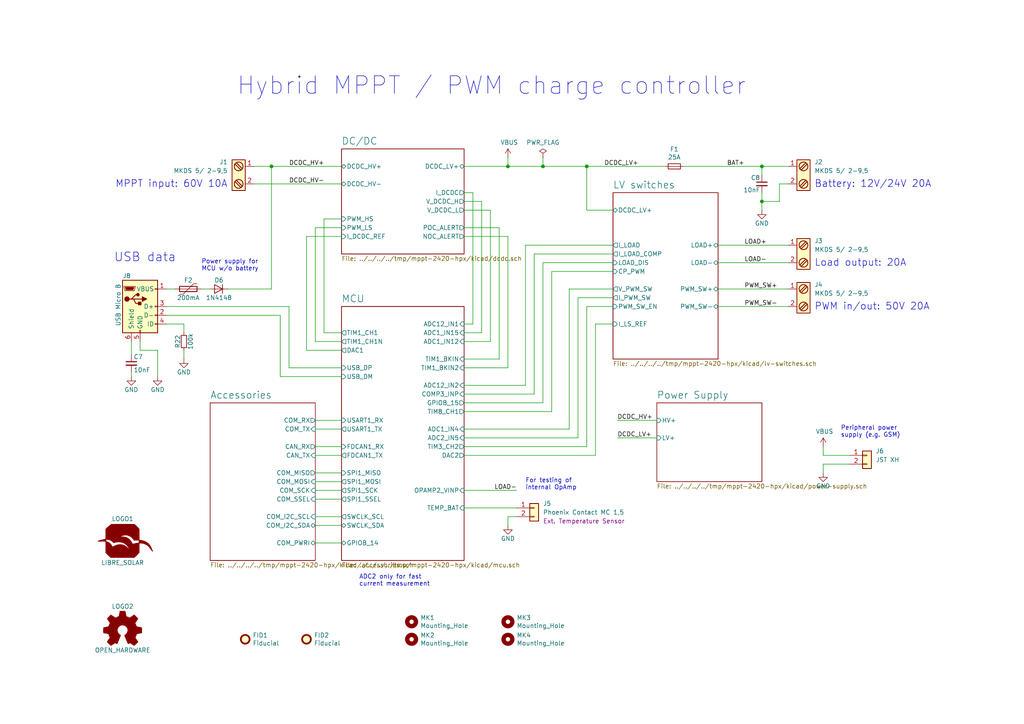
<source format=kicad_sch>
(kicad_sch (version 20230121) (generator eeschema)
  (paper "A4")
  (title_block (title "MPPT 2420 HPX") (date "2019-10-08") (rev "0.1") (company "Libre Solar Technologies GmbH") (comment 1 "Author: Martin Jäger") (comment 2 "Website: http://libre.solar"))
  (lib_symbols
    (symbol "Connector_Generic:Conn_01x02" (pin_names (offset 1.016) hide)
      (property "Reference" "J" (at 0 2.54 0))
      (property "Value" "Conn_01x02" (at 0 -5.08 0))
      (symbol "Conn_01x02_1_1"
        (pin passive line (at -5.08 0 0) (length 3.81) (name "Pin_1") (number "1"))
        (pin passive line (at -5.08 -2.54 0) (length 3.81) (name "Pin_2") (number "2"))
      )
    )
    (symbol "Device:Polyfuse" (pin_numbers hide) (pin_names (offset 0))
      (property "Reference" "F" (at -2.54 0 90))
      (property "Value" "Polyfuse" (at 2.54 0 90))
      (symbol "Polyfuse_1_1"
        (pin passive line (at 0 3.81 270) (length 1.27) (name "~") (number "1"))
        (pin passive line (at 0 -3.81 90) (length 1.27) (name "~") (number "2"))
      )
    )
    (symbol "Graphic:Logo_Open_Hardware_Small" (in_bom no) (on_board no))
    (symbol "Mechanical:Fiducial"
      (property "Reference" "FID" (at 0 5.08 0))
      (property "Value" "Fiducial" (at 0 3.175 0))
    )
    (symbol "Mechanical:MountingHole" (pin_names (offset 1.016))
      (property "Reference" "H" (at 0 5.08 0))
      (property "Value" "MountingHole" (at 0 3.175 0))
    )
    (symbol "Project:C" (pin_numbers hide) (pin_names (offset 0.254) hide)
      (property "Reference" "C" (at 0.635 1.905 0))
      (property "Value" "C" (at 0.635 -1.905 0))
      (symbol "C_1_1"
        (pin passive line (at 0 2.54 270) (length 1.905) (name "~") (number "1"))
        (pin passive line (at 0 -2.54 90) (length 2.032) (name "~") (number "2"))
      )
    )
    (symbol "Project:D" (pin_numbers hide) (pin_names (offset 0.254) hide)
      (property "Reference" "D" (at 0 2.54 0))
      (property "Value" "D" (at 0 -2.54 0))
      (symbol "D_1_1"
        (pin passive line (at -2.54 0 0) (length 1.27) (name "K") (number "1"))
        (pin passive line (at 2.54 0 180) (length 1.27) (name "A") (number "2"))
      )
    )
    (symbol "Project:LibreSolar_Logo" (pin_numbers hide) (pin_names (offset 1.016) hide)
      (property "Reference" "LOGO" (at 0 6.985 0))
      (property "Value" "LibreSolar_Logo" (at 0 -5.715 0))
    )
    (symbol "Project:R" (pin_numbers hide) (pin_names (offset 0.254) hide)
      (property "Reference" "R" (at -1.905 0 90))
      (property "Value" "R" (at 1.905 0 90))
      (symbol "R_1_1"
        (pin passive line (at 0 2.54 270) (length 0.762) (name "~") (number "1"))
        (pin passive line (at 0 -2.54 90) (length 0.762) (name "~") (number "2"))
      )
    )
    (symbol "Project:Screw_Terminal_1x02" (pin_names (offset 0.762) hide)
      (property "Reference" "J" (at 0 6.35 0))
      (property "Value" "Screw_Terminal_1x02" (at -3.81 0 90))
      (symbol "Screw_Terminal_1x02_1_1"
        (pin passive line (at 5.08 2.54 180) (length 2.54) (name "~") (number "1"))
        (pin passive line (at 5.08 -2.54 180) (length 2.54) (name "~") (number "2"))
      )
    )
    (symbol "mppt-2420-hpx-rescue:Fuse-LibreSolar" (pin_numbers hide) (pin_names (offset 0.254) hide)
      (property "Reference" "F" (at 0 1.905 0))
      (property "Value" "LibreSolar_Fuse" (at 0 -1.905 0))
      (symbol "Fuse-LibreSolar_1_1"
        (pin passive line (at -2.54 0 0) (length 1.27) (name "~") (number "1"))
        (pin passive line (at 2.54 0 180) (length 1.27) (name "~") (number "2"))
      )
    )
    (symbol "mppt-2420-hpx-rescue:USB_B_Micro-Connector" (pin_names (offset 1.016))
      (property "Reference" "J" (at -5.08 11.43 0))
      (property "Value" "Connector_USB_B_Micro" (at -5.08 8.89 0))
      (symbol "USB_B_Micro-Connector_1_1"
        (pin power_out line (at 7.62 5.08 180) (length 2.54) (name "VBUS") (number "1"))
        (pin passive line (at 7.62 -2.54 180) (length 2.54) (name "D-") (number "2"))
        (pin passive line (at 7.62 0 180) (length 2.54) (name "D+") (number "3"))
        (pin passive line (at 7.62 -5.08 180) (length 2.54) (name "ID") (number "4"))
        (pin power_out line (at 0 -10.16 90) (length 2.54) (name "GND") (number "5"))
        (pin passive line (at -2.54 -10.16 90) (length 2.54) (name "Shield") (number "6"))
      )
    )
    (symbol "power:GND" (power) (pin_names (offset 0))
      (property "Value" "GND" (at 0 -3.81 0))
      (symbol "GND_1_1"
        (pin power_in line (at 0 0 270) (length 0) hide (name "GND") (number "1"))
      )
    )
    (symbol "power:PWR_FLAG" (power) (pin_numbers hide) (pin_names (offset 0) hide)
      (property "Value" "PWR_FLAG" (at 0 3.81 0))
      (symbol "PWR_FLAG_0_0"
        (pin power_out line (at 0 0 90) (length 0) (name "pwr") (number "1"))
      )
    )
    (symbol "power:VBUS" (power) (pin_names (offset 0))
      (property "Value" "VBUS" (at 0 3.81 0))
      (symbol "VBUS_1_1"
        (pin power_in line (at 0 0 90) (length 0) hide (name "VBUS") (number "1"))
      )
    )
  )
  (junction (at 220.98 58.42))
  (junction (at 147.32 48.26))
  (junction (at 220.98 48.26))
  (junction (at 157.48 48.26))
  (junction (at 170.18 48.26))
  (junction (at 78.74 48.26))
  (wire (pts (xy 53.34 93.98) (xy 53.34 96.52)))
  (wire (pts (xy 246.38 134.62) (xy 238.76 134.62)))
  (wire (pts (xy 238.76 134.62) (xy 238.76 137.16)))
  (wire (pts (xy 134.62 66.04) (xy 144.78 66.04)))
  (wire (pts (xy 238.76 132.08) (xy 238.76 129.54)))
  (wire (pts (xy 208.28 88.9) (xy 228.6 88.9)))
  (wire (pts (xy 134.62 55.88) (xy 137.16 55.88)))
  (wire (pts (xy 147.32 68.58) (xy 134.62 68.58)))
  (wire (pts (xy 177.8 78.74) (xy 160.02 78.74)))
  (wire (pts (xy 228.6 48.26) (xy 220.98 48.26)))
  (wire (pts (xy 134.62 106.68) (xy 147.32 106.68)))
  (wire (pts (xy 134.62 48.26) (xy 147.32 48.26)))
  (wire (pts (xy 137.16 93.98) (xy 134.62 93.98)))
  (wire (pts (xy 48.26 83.82) (xy 50.8 83.82)))
  (wire (pts (xy 154.94 114.3) (xy 134.62 114.3)))
  (wire (pts (xy 177.8 86.36) (xy 167.64 86.36)))
  (wire (pts (xy 134.62 99.06) (xy 142.24 99.06)))
  (wire (pts (xy 198.12 48.26) (xy 220.98 48.26)))
  (wire (pts (xy 142.24 60.96) (xy 134.62 60.96)))
  (wire (pts (xy 157.48 48.26) (xy 170.18 48.26)))
  (wire (pts (xy 91.44 157.48) (xy 99.06 157.48)))
  (wire (pts (xy 99.06 144.78) (xy 91.44 144.78)))
  (wire (pts (xy 226.06 58.42) (xy 220.98 58.42)))
  (wire (pts (xy 208.28 71.12) (xy 228.6 71.12)))
  (wire (pts (xy 246.38 132.08) (xy 238.76 132.08)))
  (wire (pts (xy 134.62 58.42) (xy 139.7 58.42)))
  (wire (pts (xy 228.6 53.34) (xy 226.06 53.34)))
  (wire (pts (xy 40.64 101.6) (xy 45.72 101.6)))
  (wire (pts (xy 88.9 68.58) (xy 88.9 101.6)))
  (wire (pts (xy 220.98 55.88) (xy 220.98 58.42)))
  (wire (pts (xy 99.06 152.4) (xy 91.44 152.4)))
  (wire (pts (xy 177.8 93.98) (xy 172.72 93.98)))
  (wire (pts (xy 142.24 99.06) (xy 142.24 60.96)))
  (wire (pts (xy 48.26 88.9) (xy 83.82 88.9)))
  (wire (pts (xy 226.06 53.34) (xy 226.06 58.42)))
  (wire (pts (xy 93.98 63.5) (xy 99.06 63.5)))
  (wire (pts (xy 83.82 106.68) (xy 99.06 106.68)))
  (wire (pts (xy 78.74 83.82) (xy 78.74 48.26)))
  (wire (pts (xy 170.18 48.26) (xy 170.18 60.96)))
  (wire (pts (xy 167.64 86.36) (xy 167.64 127)))
  (wire (pts (xy 88.9 101.6) (xy 99.06 101.6)))
  (wire (pts (xy 160.02 78.74) (xy 160.02 119.38)))
  (wire (pts (xy 177.8 71.12) (xy 152.4 71.12)))
  (wire (pts (xy 137.16 55.88) (xy 137.16 93.98)))
  (wire (pts (xy 99.06 66.04) (xy 91.44 66.04)))
  (wire (pts (xy 144.78 104.14) (xy 134.62 104.14)))
  (wire (pts (xy 81.28 109.22) (xy 99.06 109.22)))
  (wire (pts (xy 91.44 142.24) (xy 99.06 142.24)))
  (wire (pts (xy 38.1 99.06) (xy 38.1 102.87)))
  (wire (pts (xy 160.02 119.38) (xy 134.62 119.38)))
  (wire (pts (xy 208.28 83.82) (xy 228.6 83.82)))
  (wire (pts (xy 139.7 96.52) (xy 134.62 96.52)))
  (wire (pts (xy 172.72 93.98) (xy 172.72 132.08)))
  (wire (pts (xy 134.62 129.54) (xy 170.18 129.54)))
  (wire (pts (xy 170.18 48.26) (xy 193.04 48.26)))
  (wire (pts (xy 83.82 88.9) (xy 83.82 106.68)))
  (wire (pts (xy 147.32 48.26) (xy 147.32 45.72)))
  (wire (pts (xy 91.44 137.16) (xy 99.06 137.16)))
  (wire (pts (xy 66.04 83.82) (xy 78.74 83.82)))
  (wire (pts (xy 73.66 48.26) (xy 78.74 48.26)))
  (wire (pts (xy 220.98 50.8) (xy 220.98 48.26)))
  (wire (pts (xy 177.8 73.66) (xy 154.94 73.66)))
  (wire (pts (xy 40.64 99.06) (xy 40.64 101.6)))
  (wire (pts (xy 91.44 149.86) (xy 99.06 149.86)))
  (wire (pts (xy 139.7 58.42) (xy 139.7 96.52)))
  (wire (pts (xy 81.28 109.22) (xy 81.28 91.44)))
  (wire (pts (xy 157.48 76.2) (xy 157.48 116.84)))
  (wire (pts (xy 147.32 48.26) (xy 157.48 48.26)))
  (wire (pts (xy 170.18 88.9) (xy 170.18 129.54)))
  (wire (pts (xy 157.48 116.84) (xy 134.62 116.84)))
  (wire (pts (xy 165.1 124.46) (xy 165.1 83.82)))
  (wire (pts (xy 152.4 111.76) (xy 134.62 111.76)))
  (wire (pts (xy 134.62 124.46) (xy 165.1 124.46)))
  (wire (pts (xy 53.34 101.6) (xy 53.34 104.14)))
  (wire (pts (xy 99.06 132.08) (xy 91.44 132.08)))
  (wire (pts (xy 165.1 83.82) (xy 177.8 83.82)))
  (wire (pts (xy 177.8 88.9) (xy 170.18 88.9)))
  (wire (pts (xy 91.44 99.06) (xy 99.06 99.06)))
  (wire (pts (xy 177.8 76.2) (xy 157.48 76.2)))
  (wire (pts (xy 45.72 101.6) (xy 45.72 109.22)))
  (wire (pts (xy 144.78 66.04) (xy 144.78 104.14)))
  (wire (pts (xy 99.06 68.58) (xy 88.9 68.58)))
  (wire (pts (xy 48.26 93.98) (xy 53.34 93.98)))
  (wire (pts (xy 134.62 147.32) (xy 149.86 147.32)))
  (wire (pts (xy 152.4 71.12) (xy 152.4 111.76)))
  (wire (pts (xy 91.44 129.54) (xy 99.06 129.54)))
  (wire (pts (xy 170.18 60.96) (xy 177.8 60.96)))
  (wire (pts (xy 147.32 149.86) (xy 147.32 152.4)))
  (wire (pts (xy 38.1 107.95) (xy 38.1 109.22)))
  (wire (pts (xy 99.06 124.46) (xy 91.44 124.46)))
  (wire (pts (xy 93.98 96.52) (xy 93.98 63.5)))
  (wire (pts (xy 99.06 139.7) (xy 91.44 139.7)))
  (wire (pts (xy 154.94 73.66) (xy 154.94 114.3)))
  (wire (pts (xy 73.66 53.34) (xy 99.06 53.34)))
  (wire (pts (xy 157.48 48.26) (xy 157.48 45.72)))
  (wire (pts (xy 167.64 127) (xy 134.62 127)))
  (wire (pts (xy 99.06 96.52) (xy 93.98 96.52)))
  (wire (pts (xy 134.62 142.24) (xy 149.86 142.24)))
  (wire (pts (xy 147.32 106.68) (xy 147.32 68.58)))
  (wire (pts (xy 220.98 58.42) (xy 220.98 60.96)))
  (wire (pts (xy 190.5 127) (xy 179.07 127)))
  (wire (pts (xy 134.62 132.08) (xy 172.72 132.08)))
  (wire (pts (xy 91.44 66.04) (xy 91.44 99.06)))
  (wire (pts (xy 190.5 121.92) (xy 179.07 121.92)))
  (wire (pts (xy 58.42 83.82) (xy 60.96 83.82)))
  (wire (pts (xy 91.44 121.92) (xy 99.06 121.92)))
  (wire (pts (xy 208.28 76.2) (xy 228.6 76.2)))
  (wire (pts (xy 48.26 91.44) (xy 81.28 91.44)))
  (wire (pts (xy 149.86 149.86) (xy 147.32 149.86)))
  (wire (pts (xy 78.74 48.26) (xy 99.06 48.26)))
  (text "Power supply for\nMCU w/o battery" (at 58.42 78.74 0) (effects (font (size 1.27 1.27)) (justify left bottom)))
  (text "For testing of \ninternal OpAmp" (at 152.4 142.24 0) (effects (font (size 1.27 1.27)) (justify left bottom)))
  (text "MPPT input: 60V 10A" (at 66.04 54.61 0) (effects (font (size 2.032 2.032)) (justify right bottom)))
  (text "Load output: 20A" (at 236.22 77.47 0) (effects (font (size 2.032 2.032)) (justify left bottom)))
  (text "Peripheral power\nsupply (e.g. GSM)" (at 243.84 127 0) (effects (font (size 1.27 1.27)) (justify left bottom)))
  (text "Hybrid MPPT / PWM charge controller" (at 68.58 27.94 0) (effects (font (size 5.08 5.08)) (justify left bottom)))
  (text "PWM in/out: 50V 20A" (at 236.22 90.17 0) (effects (font (size 2.032 2.032)) (justify left bottom)))
  (text "Battery: 12V/24V 20A" (at 236.22 54.61 0) (effects (font (size 2.032 2.032)) (justify left bottom)))
  (text "USB data" (at 33.02 76.2 0) (effects (font (size 2.54 2.54)) (justify left bottom)))
  (text "ADC2 only for fast\ncurrent measurement" (at 104.14 170.18 0) (effects (font (size 1.27 1.27)) (justify left bottom)))
  (label "PWM_SW-" (at 215.9 88.9 0))
  (label "DCDC_LV+" (at 179.07 127 0))
  (label "DCDC_HV-" (at 83.82 53.34 0))
  (label "PWM_SW+" (at 215.9 83.82 0))
  (label "BAT+" (at 210.82 48.26 0))
  (label "LOAD-" (at 149.86 142.24 180))
  (label "LOAD-" (at 215.9 76.2 0))
  (label "LOAD+" (at 215.9 71.12 0))
  (label "DCDC_HV+" (at 83.82 48.26 0))
  (label "DCDC_LV+" (at 175.26 48.26 0))
  (label "DCDC_HV+" (at 179.07 121.92 0))
  (symbol (lib_id "Graphic:Logo_Open_Hardware_Small") (at 35.56 182.88 0) (unit 1)
    (property "Reference" "LOGO2" (at 35.56 175.895 0))
    (property "Value" "OPEN_HARDWARE" (at 35.56 188.595 0))
    (property "Footprint" "Symbol:OSHW-Logo_5.7x6mm_SilkScreen" (effects hide))
  )
  (symbol (lib_id "Project:LibreSolar_Logo") (at 35.56 157.48 0) (unit 1)
    (property "Reference" "LOGO1" (at 35.56 150.495 0))
    (property "Value" "LIBRE_SOLAR" (at 35.56 163.195 0))
    (property "Footprint" "LibreSolar:LIBRESOLAR_LOGO" (effects hide))
  )
  (symbol (lib_id "Mechanical:MountingHole") (at 119.38 180.34 0) (unit 1)
    (property "Reference" "MK1" (at 121.92 179.1716 0) (effects (justify left)))
    (property "Value" "Mounting_Hole" (at 121.92 181.483 0) (effects (justify left)))
    (property "Footprint" "MountingHole:MountingHole_3.2mm_M3" (effects hide))
  )
  (symbol (lib_id "Mechanical:MountingHole") (at 119.38 185.42 0) (unit 1)
    (property "Reference" "MK2" (at 121.92 184.2516 0) (effects (justify left)))
    (property "Value" "Mounting_Hole" (at 121.92 186.563 0) (effects (justify left)))
    (property "Footprint" "MountingHole:MountingHole_3.2mm_M3" (effects hide))
  )
  (symbol (lib_id "Mechanical:MountingHole") (at 147.32 180.34 0) (unit 1)
    (property "Reference" "MK3" (at 149.86 179.1716 0) (effects (justify left)))
    (property "Value" "Mounting_Hole" (at 149.86 181.483 0) (effects (justify left)))
    (property "Footprint" "MountingHole:MountingHole_3.2mm_M3" (effects hide))
  )
  (symbol (lib_id "Project:Screw_Terminal_1x02") (at 68.58 50.8 0) (unit 1)
    (property "Reference" "J1" (at 66.04 46.99 0) (effects (justify right)))
    (property "Value" "MKDS 5/ 2-9,5" (at 66.04 49.53 0) (effects (justify right)))
    (property "Footprint" "LibreSolar:Phoenix_Contact_MKDS_5-2-9,5" (effects hide))
  )
  (symbol (lib_id "Project:Screw_Terminal_1x02") (at 233.68 50.8 0) (mirror y) (unit 1)
    (property "Reference" "J2" (at 236.22 46.99 0) (effects (justify right)))
    (property "Value" "MKDS 5/ 2-9,5" (at 236.22 49.53 0) (effects (justify right)))
    (property "Footprint" "LibreSolar:Phoenix_Contact_MKDS_5-2-9,5" (effects hide))
  )
  (symbol (lib_id "Project:Screw_Terminal_1x02") (at 233.68 73.66 0) (mirror y) (unit 1)
    (property "Reference" "J3" (at 236.22 69.85 0) (effects (justify right)))
    (property "Value" "MKDS 5/ 2-9,5" (at 236.22 72.39 0) (effects (justify right)))
    (property "Footprint" "LibreSolar:Phoenix_Contact_MKDS_5-2-9,5" (effects hide))
  )
  (symbol (lib_id "power:GND") (at 238.76 137.16 0) (mirror y) (unit 1)
    (property "Reference" "#PWR05" (effects hide))
    (property "Value" "GND" (at 238.76 140.97 0))
  )
  (symbol (lib_id "Mechanical:Fiducial") (at 71.12 185.42 0) (unit 1)
    (property "Reference" "FID1" (at 73.279 184.2516 0) (effects (justify left)))
    (property "Value" "Fiducial" (at 73.279 186.563 0) (effects (justify left)))
    (property "Footprint" "LibreSolar:Fiducial_0.7mm" (effects hide))
  )
  (symbol (lib_id "Mechanical:Fiducial") (at 88.9 185.42 0) (unit 1)
    (property "Reference" "FID2" (at 91.059 184.2516 0) (effects (justify left)))
    (property "Value" "Fiducial" (at 91.059 186.563 0) (effects (justify left)))
    (property "Footprint" "LibreSolar:Fiducial_0.7mm" (effects hide))
  )
  (symbol (lib_id "Project:C") (at 220.98 53.34 0) (mirror y) (unit 1)
    (property "Reference" "C8" (at 220.472 51.562 0) (effects (justify left)))
    (property "Value" "10nF" (at 220.472 55.118 0) (effects (justify left)))
    (property "Footprint" "LibreSolar:C_0603_1608" (effects hide))
    (property "Manufacturer" "Murata" (effects hide))
    (property "PartNumber" "GCM188R72A103KA37D" (effects hide))
    (property "Remarks" "100V, X7R" (effects hide))
  )
  (symbol (lib_id "mppt-2420-hpx-rescue:Fuse-LibreSolar") (at 195.58 48.26 0) (unit 1)
    (property "Reference" "F1" (at 195.58 43.2816 0))
    (property "Value" "25A" (at 195.58 45.593 0))
    (property "Footprint" "LibreSolar:Keystone-Fuse-3557-2" (effects hide))
  )
  (symbol (lib_id "power:GND") (at 220.98 60.96 0) (unit 1)
    (property "Reference" "#PWR04" (effects hide))
    (property "Value" "GND" (at 220.98 64.77 0))
  )
  (symbol (lib_id "mppt-2420-hpx-rescue:USB_B_Micro-Connector") (at 40.64 88.9 0) (unit 1)
    (property "Reference" "J8" (at 35.56 80.01 0) (effects (justify left)))
    (property "Value" "USB Micro B" (at 34.29 94.615 90) (effects (justify left)))
    (property "Footprint" "LibreSolar:USB_Micro-B_10103594-0001LF" (effects hide))
    (property "Manufacturer" "FCI" (effects hide))
    (property "PartNumber" "10103594-0001LF" (effects hide))
    (property "Supplier" "Mouser" (effects hide))
  )
  (symbol (lib_id "Project:C") (at 38.1 105.41 0) (unit 1)
    (property "Reference" "C7" (at 38.735 103.505 0) (effects (justify left)))
    (property "Value" "10nF" (at 38.735 107.315 0) (effects (justify left)))
    (property "Footprint" "LibreSolar:C_0603_1608" (effects hide))
    (property "Manufacturer" "Murata" (effects hide))
  )
  (symbol (lib_id "power:GND") (at 38.1 109.22 0) (mirror y) (unit 1)
    (property "Reference" "#PWR06" (effects hide))
    (property "Value" "GND" (at 38.1 113.03 0))
  )
  (symbol (lib_id "power:GND") (at 53.34 104.14 0) (mirror y) (unit 1)
    (property "Reference" "#PWR08" (effects hide))
    (property "Value" "GND" (at 53.34 107.95 0))
  )
  (symbol (lib_id "Project:R") (at 53.34 99.06 0) (mirror y) (unit 1)
    (property "Reference" "R22" (at 51.562 99.06 90))
    (property "Value" "100k" (at 55.245 99.06 90))
    (property "Footprint" "LibreSolar:R_0603_1608" (effects hide))
    (property "Manufacturer" "Yageo" (effects hide))
    (property "PartNumber" "RC0603FR-07100KL" (effects hide))
  )
  (symbol (lib_id "Device:Polyfuse") (at 54.61 83.82 270) (unit 1)
    (property "Reference" "F2" (at 54.61 81.28 90))
    (property "Value" "200mA" (at 54.61 86.36 90))
    (property "Footprint" "LibreSolar:R_1206_3216" (effects hide))
    (property "Manufacturer" "Bel" (effects hide))
    (property "PartNumber" "0ZCJ0020FF2E" (effects hide))
  )
  (symbol (lib_id "power:GND") (at 45.72 109.22 0) (mirror y) (unit 1)
    (property "Reference" "#PWR07" (effects hide))
    (property "Value" "GND" (at 45.72 113.03 0))
  )
  (symbol (lib_id "Mechanical:MountingHole") (at 147.32 185.42 0) (unit 1)
    (property "Reference" "MK4" (at 149.86 184.2516 0) (effects (justify left)))
    (property "Value" "Mounting_Hole" (at 149.86 186.563 0) (effects (justify left)))
    (property "Footprint" "MountingHole:MountingHole_3.2mm_M3" (effects hide))
  )
  (symbol (lib_id "Project:Screw_Terminal_1x02") (at 233.68 86.36 0) (mirror y) (unit 1)
    (property "Reference" "J4" (at 236.22 82.55 0) (effects (justify right)))
    (property "Value" "MKDS 5/ 2-9,5" (at 236.22 85.09 0) (effects (justify right)))
    (property "Footprint" "LibreSolar:Phoenix_Contact_MKDS_5-2-9,5" (effects hide))
  )
  (symbol (lib_id "Connector_Generic:Conn_01x02") (at 251.46 132.08 0) (unit 1)
    (property "Reference" "J6" (at 254 130.81 0) (effects (justify left)))
    (property "Value" "JST XH" (at 254 133.35 0) (effects (justify left)))
    (property "Footprint" "Connector_JST:JST_XH_B2B-XH-A_1x02_P2.50mm_Vertical" (effects hide))
    (property "Manufacturer" "JST" (effects hide))
    (property "PartNumber" "B2B-XH-A(LF)(SN)" (effects hide))
  )
  (symbol (lib_id "power:VBUS") (at 147.32 45.72 0) (unit 1)
    (property "Reference" "#PWR0116" (effects hide))
    (property "Value" "VBUS" (at 147.701 41.3258 0))
  )
  (symbol (lib_id "power:VBUS") (at 238.76 129.54 0) (unit 1)
    (property "Reference" "#PWR0117" (effects hide))
    (property "Value" "VBUS" (at 239.141 125.1458 0))
  )
  (symbol (lib_id "Connector_Generic:Conn_01x02") (at 154.94 147.32 0) (unit 1)
    (property "Reference" "J5" (at 157.48 146.05 0) (effects (justify left)))
    (property "Value" "Phoenix Contact MC 1,5" (at 157.48 148.59 0) (effects (justify left)))
    (property "Footprint" "LibreSolar:Phoenix_Contact_MC_1,5_2-G-3,81" (effects hide))
    (property "Remarks" "Ext. Temperature Sensor" (at 157.48 151.13 0) (effects (justify left)))
  )
  (symbol (lib_id "Project:D") (at 63.5 83.82 0) (mirror y) (unit 1)
    (property "Reference" "D6" (at 63.5 81.28 0))
    (property "Value" "1N4148" (at 63.5 86.36 0))
    (property "Footprint" "LibreSolar:D_SOD-123" (effects hide))
    (property "Manufacturer" "Diodes Inc." (effects hide))
    (property "PartNumber" "1N4148W-7-F" (effects hide))
  )
  (symbol (lib_id "power:PWR_FLAG") (at 157.48 45.72 0) (unit 1)
    (property "Reference" "#FLG0102" (effects hide))
    (property "Value" "PWR_FLAG" (at 157.48 41.3258 0))
  )
  (symbol (lib_id "power:GND") (at 147.32 152.4 0) (mirror y) (unit 1)
    (property "Reference" "#PWR0106" (effects hide))
    (property "Value" "GND" (at 147.32 156.21 0))
  )
  (sheet (at 99.06 43.18) (size 35.56 30.48)
    (property "Sheetname" "DC/DC" (at 99.06 42.0874 0) (effects (font (size 2.032 2.032)) (justify left bottom)))
    (property "Sheetfile" "../../../../tmp/mppt-2420-hpx/kicad/dcdc.sch" (at 99.06 74.2446 0) (effects (justify left top)))
    (pin "V_DCDC_H" output (at 134.62 58.42 0))
    (pin "V_DCDC_L" output (at 134.62 60.96 0))
    (pin "POC_ALERT" output (at 134.62 66.04 0))
    (pin "NOC_ALERT" output (at 134.62 68.58 0))
    (pin "I_DCDC" output (at 134.62 55.88 0))
    (pin "PWM_HS" input (at 99.06 63.5 180))
    (pin "PWM_LS" input (at 99.06 66.04 180))
    (pin "DCDC_HV+" bidirectional (at 99.06 48.26 180))
    (pin "DCDC_HV-" bidirectional (at 99.06 53.34 180))
    (pin "DCDC_LV+" bidirectional (at 134.62 48.26 0))
    (pin "I_DCDC_REF" input (at 99.06 68.58 180))
  )
  (sheet (at 99.06 88.9) (size 35.56 73.66)
    (property "Sheetname" "MCU" (at 99.06 87.8074 0) (effects (font (size 2.032 2.032)) (justify left bottom)))
    (property "Sheetfile" "../../../../tmp/mppt-2420-hpx/kicad/mcu.sch" (at 99.06 163.1446 0) (effects (justify left top)))
    (pin "TIM1_CH1" output (at 99.06 96.52 180))
    (pin "TIM1_CH1N" output (at 99.06 99.06 180))
    (pin "DAC1" output (at 99.06 101.6 180))
    (pin "DAC2" output (at 134.62 132.08 0))
    (pin "ADC1_IN4" input (at 134.62 124.46 0))
    (pin "ADC2_IN5" input (at 134.62 127 0))
    (pin "TIM1_BKIN2" input (at 134.62 106.68 0))
    (pin "OPAMP2_VINP" input (at 134.62 142.24 0))
    (pin "TIM1_BKIN" input (at 134.62 104.14 0))
    (pin "ADC1_IN15" input (at 134.62 96.52 0))
    (pin "ADC1_IN12" input (at 134.62 99.06 0))
    (pin "USB_DM" input (at 99.06 109.22 180))
    (pin "USB_DP" input (at 99.06 106.68 180))
    (pin "TEMP_BAT" input (at 134.62 147.32 0))
    (pin "COMP3_INP" input (at 134.62 114.3 0))
    (pin "TIM8_CH1" output (at 134.62 119.38 0))
    (pin "GPIOB_15" output (at 134.62 116.84 0))
    (pin "GPIOB_14" bidirectional (at 99.06 157.48 180))
    (pin "TIM3_CH2" output (at 134.62 129.54 0))
    (pin "ADC12_IN1" input (at 134.62 93.98 0))
    (pin "ADC12_IN2" input (at 134.62 111.76 0))
    (pin "USART1_TX" output (at 99.06 124.46 180))
    (pin "USART1_RX" input (at 99.06 121.92 180))
    (pin "FDCAN1_RX" input (at 99.06 129.54 180))
    (pin "FDCAN1_TX" output (at 99.06 132.08 180))
    (pin "SWCLK_SDA" bidirectional (at 99.06 152.4 180))
    (pin "SWCLK_SCL" output (at 99.06 149.86 180))
    (pin "SPI1_SCK" output (at 99.06 142.24 180))
    (pin "SPI1_MOSI" output (at 99.06 139.7 180))
    (pin "SPI1_MISO" input (at 99.06 137.16 180))
    (pin "SPI1_SSEL" output (at 99.06 144.78 180))
  )
  (sheet (at 190.5 116.84) (size 30.48 22.86)
    (property "Sheetname" "Power Supply" (at 190.5 115.7474 0) (effects (font (size 2.032 2.032)) (justify left bottom)))
    (property "Sheetfile" "../../../../tmp/mppt-2420-hpx/kicad/power-supply.sch" (at 190.5 140.2846 0) (effects (justify left top)))
    (pin "LV+" input (at 190.5 127 180))
    (pin "HV+" input (at 190.5 121.92 180))
  )
  (sheet (at 177.8 55.88) (size 30.48 48.26)
    (property "Sheetname" "LV switches" (at 177.8 54.7874 0) (effects (font (size 2.032 2.032)) (justify left bottom)))
    (property "Sheetfile" "../../../../tmp/mppt-2420-hpx/kicad/lv-switches.sch" (at 177.8 104.7246 0) (effects (justify left top)))
    (pin "LOAD-" bidirectional (at 208.28 76.2 0))
    (pin "LOAD+" bidirectional (at 208.28 71.12 0))
    (pin "LOAD_DIS" input (at 177.8 76.2 180))
    (pin "CP_PWM" input (at 177.8 78.74 180))
    (pin "I_PWM_SW" output (at 177.8 86.36 180))
    (pin "I_LOAD" output (at 177.8 71.12 180))
    (pin "I_LOAD_COMP" output (at 177.8 73.66 180))
    (pin "I_LS_REF" input (at 177.8 93.98 180))
    (pin "PWM_SW+" bidirectional (at 208.28 83.82 0))
    (pin "PWM_SW_EN" input (at 177.8 88.9 180))
    (pin "V_PWM_SW" output (at 177.8 83.82 180))
    (pin "PWM_SW-" bidirectional (at 208.28 88.9 0))
    (pin "DCDC_LV+" bidirectional (at 177.8 60.96 180))
  )
  (sheet (at 60.96 116.84) (size 30.48 45.72)
    (property "Sheetname" "Accessories" (at 60.96 115.7474 0) (effects (font (size 2.032 2.032)) (justify left bottom)))
    (property "Sheetfile" "../../../../tmp/mppt-2420-hpx/kicad/accessories.sch" (at 60.96 163.1446 0) (effects (justify left top)))
    (pin "COM_RX" output (at 91.44 121.92 0))
    (pin "COM_TX" input (at 91.44 124.46 0))
    (pin "CAN_TX" input (at 91.44 132.08 0))
    (pin "CAN_RX" output (at 91.44 129.54 0))
    (pin "COM_MISO" output (at 91.44 137.16 0))
    (pin "COM_MOSI" input (at 91.44 139.7 0))
    (pin "COM_SCK" input (at 91.44 142.24 0))
    (pin "COM_SSEL" input (at 91.44 144.78 0))
    (pin "COM_PWRI" bidirectional (at 91.44 157.48 0))
    (pin "COM_I2C_SDA" bidirectional (at 91.44 152.4 0))
    (pin "COM_I2C_SCL" input (at 91.44 149.86 0))
  )
)
</source>
